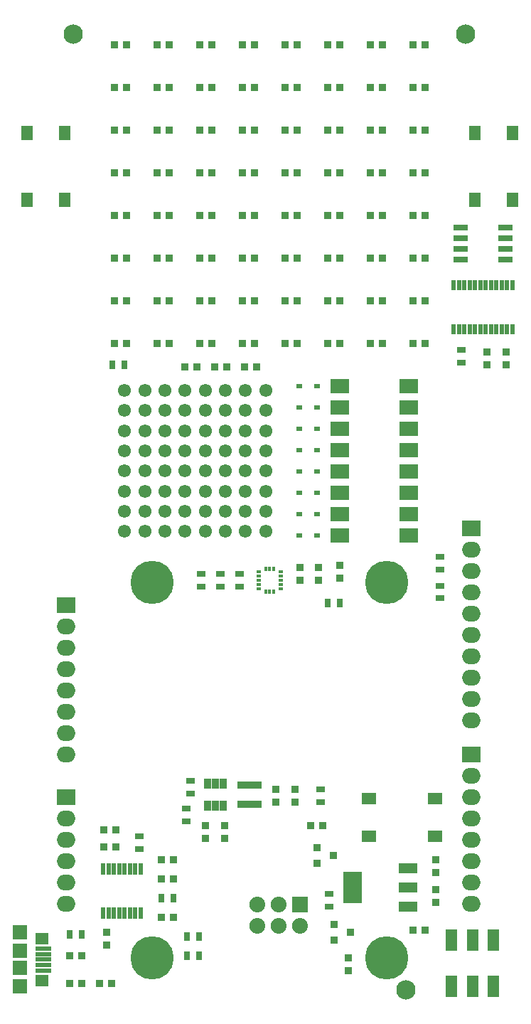
<source format=gts>
G04 #@! TF.FileFunction,Soldermask,Top*
%FSLAX46Y46*%
G04 Gerber Fmt 4.6, Leading zero omitted, Abs format (unit mm)*
G04 Created by KiCad (PCBNEW 4.0.0-rc2-stable) date 12/16/2015 3:19:05 PM*
%MOMM*%
G01*
G04 APERTURE LIST*
%ADD10C,0.100000*%
%ADD11R,0.572400X1.272400*%
%ADD12R,0.952400X0.902400*%
%ADD13R,0.902400X0.952400*%
%ADD14R,0.652400X1.052400*%
%ADD15R,0.952500X0.952500*%
%ADD16R,1.052400X0.652400*%
%ADD17R,0.552400X1.352400*%
%ADD18R,2.184400X3.810000*%
%ADD19R,2.184400X1.168400*%
%ADD20C,5.152400*%
%ADD21R,2.852400X0.952400*%
%ADD22R,1.352400X2.652400*%
%ADD23R,1.452400X1.702400*%
%ADD24R,1.702400X1.452400*%
%ADD25R,0.500380X0.401320*%
%ADD26R,0.401320X0.500380*%
%ADD27R,0.843280X1.153160*%
%ADD28R,1.852400X0.552400*%
%ADD29R,1.502400X1.402400*%
%ADD30R,1.652400X1.702400*%
%ADD31R,0.742400X0.602400*%
%ADD32R,2.184400X1.879600*%
%ADD33O,2.184400X1.879600*%
%ADD34R,1.879600X1.879600*%
%ADD35O,1.879600X1.879600*%
%ADD36C,1.551940*%
%ADD37R,0.949960X0.949960*%
%ADD38R,2.312400X1.672400*%
%ADD39R,1.702400X0.752400*%
%ADD40C,2.301240*%
G04 APERTURE END LIST*
D10*
D11*
X52260500Y-35162000D03*
X52260500Y-29862000D03*
X51625500Y-35162000D03*
X51625500Y-29862000D03*
X50990500Y-35162000D03*
X50990500Y-29862000D03*
X50355500Y-35162000D03*
X50355500Y-29862000D03*
X49720500Y-35162000D03*
X49720500Y-29862000D03*
X49085500Y-35162000D03*
X49085500Y-29862000D03*
X48450500Y-35162000D03*
X48450500Y-29862000D03*
X47815500Y-35162000D03*
X47815500Y-29862000D03*
X47180500Y-35162000D03*
X47180500Y-29862000D03*
X46545500Y-35162000D03*
X46545500Y-29862000D03*
X45910500Y-35162000D03*
X45910500Y-29862000D03*
X45275500Y-35162000D03*
X45275500Y-29862000D03*
D12*
X10426000Y-98298000D03*
X11926000Y-98298000D03*
D13*
X43180000Y-98310000D03*
X43180000Y-99810000D03*
X43180000Y-101866000D03*
X43180000Y-103366000D03*
D12*
X-496000Y-109728000D03*
X1004000Y-109728000D03*
D13*
X3937000Y-106946000D03*
X3937000Y-108446000D03*
D12*
X11926000Y-105156000D03*
X10426000Y-105156000D03*
D14*
X-496000Y-107188000D03*
X1004000Y-107188000D03*
D15*
X31003240Y-105984000D03*
X31003240Y-107884000D03*
X33002220Y-106934000D03*
D14*
X10426000Y-102870000D03*
X11926000Y-102870000D03*
D16*
X7874000Y-97016000D03*
X7874000Y-95516000D03*
D14*
X14974000Y-109728000D03*
X13474000Y-109728000D03*
X14974000Y-107442000D03*
X13474000Y-107442000D03*
D17*
X3522980Y-104626720D03*
X4157980Y-104626720D03*
X4792980Y-104626720D03*
X5427980Y-104626720D03*
X6062980Y-104626720D03*
X6697980Y-104626720D03*
X7332980Y-104626720D03*
X7967980Y-104626720D03*
X7967980Y-99426720D03*
X7332980Y-99426720D03*
X6697980Y-99426720D03*
X6062980Y-99426720D03*
X5427980Y-99426720D03*
X4792980Y-99426720D03*
X4157980Y-99426720D03*
X3522980Y-99426720D03*
D18*
X33274000Y-101600000D03*
D19*
X39878000Y-101600000D03*
X39878000Y-99314000D03*
X39878000Y-103886000D03*
D20*
X37338000Y-65280000D03*
X37338000Y-109980000D03*
X9398000Y-109980000D03*
X9398000Y-65280000D03*
D12*
X20332000Y-39624000D03*
X21832000Y-39624000D03*
D13*
X32766000Y-109994000D03*
X32766000Y-111494000D03*
X27000200Y-63512000D03*
X27000200Y-65012000D03*
X29210000Y-63512000D03*
X29210000Y-65012000D03*
D12*
X5068000Y-94742000D03*
X3568000Y-94742000D03*
X5068000Y-96774000D03*
X3568000Y-96774000D03*
D13*
X51562000Y-37858000D03*
X51562000Y-39358000D03*
X49276000Y-37858000D03*
X49276000Y-39358000D03*
D12*
X10426000Y-100584000D03*
X11926000Y-100584000D03*
D13*
X24130000Y-91428000D03*
X24130000Y-89928000D03*
X18034000Y-94246000D03*
X18034000Y-95746000D03*
X26416000Y-91428000D03*
X26416000Y-89928000D03*
X15748000Y-94246000D03*
X15748000Y-95746000D03*
D21*
X20955000Y-89401000D03*
X20955000Y-91701000D03*
D14*
X30238000Y-67691000D03*
X31738000Y-67691000D03*
D16*
X15240000Y-65774000D03*
X15240000Y-64274000D03*
X17526000Y-65774000D03*
X17526000Y-64274000D03*
X13970000Y-88912000D03*
X13970000Y-90412000D03*
X19812000Y-65774000D03*
X19812000Y-64274000D03*
X13462000Y-93714000D03*
X13462000Y-92214000D03*
D22*
X50023400Y-113341600D03*
X50023400Y-107841600D03*
X47523400Y-113341600D03*
X47523400Y-107841600D03*
X45023400Y-113341600D03*
X45023400Y-107841600D03*
D23*
X52288000Y-19723000D03*
X47788000Y-19723000D03*
X47788000Y-11773000D03*
X52288000Y-11773000D03*
X-1052000Y-19723000D03*
X-5552000Y-19723000D03*
X-5552000Y-11773000D03*
X-1052000Y-11773000D03*
D24*
X35141000Y-95468000D03*
X35141000Y-90968000D03*
X43091000Y-90968000D03*
X43091000Y-95468000D03*
D25*
X22042120Y-64025780D03*
X22042120Y-64526160D03*
X22042120Y-65024000D03*
X22042120Y-65521840D03*
X22042120Y-66022220D03*
D26*
X22870160Y-66349880D03*
X23368000Y-66349880D03*
X23865840Y-66349880D03*
D25*
X24693880Y-66022220D03*
X24693880Y-65521840D03*
X24693880Y-65024000D03*
X24693880Y-64526160D03*
X24693880Y-64025780D03*
D26*
X23865840Y-63698120D03*
X23368000Y-63698120D03*
X22870160Y-63698120D03*
D27*
X17840960Y-89250520D03*
X16891000Y-89250520D03*
X15941040Y-89250520D03*
X15941040Y-91851480D03*
X16891000Y-91851480D03*
X17840960Y-91851480D03*
D12*
X41898000Y-106680000D03*
X40398000Y-106680000D03*
X28206000Y-94234000D03*
X29706000Y-94234000D03*
X18276000Y-39624000D03*
X16776000Y-39624000D03*
X14720000Y-39624000D03*
X13220000Y-39624000D03*
D15*
X28971240Y-96840000D03*
X28971240Y-98740000D03*
X30970220Y-97790000D03*
D16*
X30480000Y-102374000D03*
X30480000Y-103874000D03*
X29464000Y-89928000D03*
X29464000Y-91428000D03*
X43688000Y-63742000D03*
X43688000Y-62242000D03*
X43688000Y-67171000D03*
X43688000Y-65671000D03*
X46228000Y-39104000D03*
X46228000Y-37604000D03*
D28*
X-3576200Y-111459800D03*
X-3576200Y-110809800D03*
X-3576200Y-109509800D03*
X-3576200Y-110159800D03*
X-3576200Y-108859800D03*
D29*
X-3726200Y-107659800D03*
D30*
X-6426200Y-113359800D03*
X-6426200Y-106959800D03*
D29*
X-3726200Y-112659800D03*
D30*
X-6426200Y-109134800D03*
X-6426200Y-111184800D03*
D31*
X28995000Y-41910000D03*
X26885000Y-41910000D03*
X28995000Y-44450000D03*
X26885000Y-44450000D03*
X28995000Y-46990000D03*
X26885000Y-46990000D03*
X28995000Y-49530000D03*
X26885000Y-49530000D03*
X28995000Y-52070000D03*
X26885000Y-52070000D03*
X28995000Y-54610000D03*
X26885000Y-54610000D03*
X28995000Y-57150000D03*
X26885000Y-57150000D03*
X28995000Y-59690000D03*
X26885000Y-59690000D03*
D32*
X-889000Y-67945000D03*
D33*
X-889000Y-70485000D03*
X-889000Y-73025000D03*
X-889000Y-75565000D03*
X-889000Y-78105000D03*
X-889000Y-80645000D03*
X-889000Y-83185000D03*
X-889000Y-85725000D03*
D32*
X47371000Y-85725000D03*
D33*
X47371000Y-88265000D03*
X47371000Y-90805000D03*
X47371000Y-93345000D03*
X47371000Y-95885000D03*
X47371000Y-98425000D03*
X47371000Y-100965000D03*
X47371000Y-103505000D03*
D32*
X47371000Y-58801000D03*
D33*
X47371000Y-61341000D03*
X47371000Y-63881000D03*
X47371000Y-66421000D03*
X47371000Y-68961000D03*
X47371000Y-71501000D03*
X47371000Y-74041000D03*
X47371000Y-76581000D03*
X47371000Y-79121000D03*
X47371000Y-81661000D03*
D32*
X-889000Y-90805000D03*
D33*
X-889000Y-93345000D03*
X-889000Y-95885000D03*
X-889000Y-98425000D03*
X-889000Y-100965000D03*
X-889000Y-103505000D03*
D34*
X27000200Y-103632000D03*
D35*
X27000200Y-106172000D03*
X24460200Y-103632000D03*
X24460200Y-106172000D03*
X21920200Y-103632000D03*
X21920200Y-106172000D03*
D36*
X22877780Y-42400220D03*
X20477480Y-42400220D03*
X18077180Y-42400220D03*
X15676880Y-42400220D03*
X13276580Y-42400220D03*
X10878820Y-42400220D03*
X8478520Y-42400220D03*
X6078220Y-42400220D03*
X22877780Y-44800520D03*
X20477480Y-44800520D03*
X18077180Y-44800520D03*
X15676880Y-44800520D03*
X13276580Y-44800520D03*
X10878820Y-44800520D03*
X8478520Y-44800520D03*
X6078220Y-44800520D03*
X22877780Y-47200820D03*
X20477480Y-47200820D03*
X18077180Y-47200820D03*
X15676880Y-47200820D03*
X13276580Y-47200820D03*
X10878820Y-47200820D03*
X8478520Y-47200820D03*
X6078220Y-47200820D03*
X22877780Y-49601120D03*
X20477480Y-49601120D03*
X18077180Y-49601120D03*
X15676880Y-49601120D03*
X13276580Y-49601120D03*
X10878820Y-49601120D03*
X8478520Y-49601120D03*
X6078220Y-49601120D03*
X22877780Y-52001420D03*
X20477480Y-52001420D03*
X18077180Y-52001420D03*
X15676880Y-52001420D03*
X13276580Y-52001420D03*
X10878820Y-52001420D03*
X8478520Y-52001420D03*
X6078220Y-52001420D03*
X22877780Y-54399180D03*
X20477480Y-54399180D03*
X18077180Y-54399180D03*
X15676880Y-54399180D03*
X13276580Y-54399180D03*
X10878820Y-54399180D03*
X8478520Y-54399180D03*
X6078220Y-54399180D03*
X22877780Y-56799480D03*
X20477480Y-56799480D03*
X18077180Y-56799480D03*
X15676880Y-56799480D03*
X13276580Y-56799480D03*
X10878820Y-56799480D03*
X8478520Y-56799480D03*
X6078220Y-56799480D03*
X22877780Y-59199780D03*
X20477480Y-59199780D03*
X18077180Y-59199780D03*
X15676880Y-59199780D03*
X13276580Y-59199780D03*
X10878820Y-59199780D03*
X8478520Y-59199780D03*
X6078220Y-59199780D03*
D37*
X-495300Y-113030000D03*
X1003300Y-113030000D03*
X3060700Y-113030000D03*
X4559300Y-113030000D03*
X40398700Y-31750000D03*
X41897300Y-31750000D03*
X40398700Y-36830000D03*
X41897300Y-36830000D03*
X31750000Y-63258700D03*
X31750000Y-64757300D03*
X4838700Y-1270000D03*
X6337300Y-1270000D03*
X4838700Y-6350000D03*
X6337300Y-6350000D03*
X4838700Y-11430000D03*
X6337300Y-11430000D03*
X4838700Y-16510000D03*
X6337300Y-16510000D03*
X4838700Y-21590000D03*
X6337300Y-21590000D03*
X4838700Y-26670000D03*
X6337300Y-26670000D03*
X4838700Y-31750000D03*
X6337300Y-31750000D03*
X4838700Y-36830000D03*
X6337300Y-36830000D03*
X9918700Y-1270000D03*
X11417300Y-1270000D03*
X9918700Y-6350000D03*
X11417300Y-6350000D03*
X9918700Y-11430000D03*
X11417300Y-11430000D03*
X9918700Y-16510000D03*
X11417300Y-16510000D03*
X9918700Y-21590000D03*
X11417300Y-21590000D03*
X9918700Y-26670000D03*
X11417300Y-26670000D03*
X9918700Y-31750000D03*
X11417300Y-31750000D03*
X9918700Y-36830000D03*
X11417300Y-36830000D03*
X14998700Y-1270000D03*
X16497300Y-1270000D03*
X14998700Y-6350000D03*
X16497300Y-6350000D03*
X14998700Y-11430000D03*
X16497300Y-11430000D03*
X14998700Y-16510000D03*
X16497300Y-16510000D03*
X14998700Y-21590000D03*
X16497300Y-21590000D03*
X14998700Y-26670000D03*
X16497300Y-26670000D03*
X14998700Y-31750000D03*
X16497300Y-31750000D03*
X14998700Y-36830000D03*
X16497300Y-36830000D03*
X20078700Y-1270000D03*
X21577300Y-1270000D03*
X20078700Y-6350000D03*
X21577300Y-6350000D03*
X20078700Y-11430000D03*
X21577300Y-11430000D03*
X20078700Y-16510000D03*
X21577300Y-16510000D03*
X20078700Y-21590000D03*
X21577300Y-21590000D03*
X20078700Y-26670000D03*
X21577300Y-26670000D03*
X20078700Y-31750000D03*
X21577300Y-31750000D03*
X20078700Y-36830000D03*
X21577300Y-36830000D03*
X25158700Y-1270000D03*
X26657300Y-1270000D03*
X25158700Y-6350000D03*
X26657300Y-6350000D03*
X25158700Y-11430000D03*
X26657300Y-11430000D03*
X25158700Y-16510000D03*
X26657300Y-16510000D03*
X25158700Y-21590000D03*
X26657300Y-21590000D03*
X25158700Y-26670000D03*
X26657300Y-26670000D03*
X25158700Y-31750000D03*
X26657300Y-31750000D03*
X25158700Y-36830000D03*
X26657300Y-36830000D03*
X30238700Y-1270000D03*
X31737300Y-1270000D03*
X30238700Y-6350000D03*
X31737300Y-6350000D03*
X30238700Y-11430000D03*
X31737300Y-11430000D03*
X30238700Y-16510000D03*
X31737300Y-16510000D03*
X30238700Y-21590000D03*
X31737300Y-21590000D03*
X30238700Y-26670000D03*
X31737300Y-26670000D03*
X30238700Y-31750000D03*
X31737300Y-31750000D03*
X30238700Y-36830000D03*
X31737300Y-36830000D03*
X35318700Y-1270000D03*
X36817300Y-1270000D03*
X35318700Y-6350000D03*
X36817300Y-6350000D03*
X35318700Y-11430000D03*
X36817300Y-11430000D03*
X35318700Y-16510000D03*
X36817300Y-16510000D03*
X35318700Y-21590000D03*
X36817300Y-21590000D03*
X35318700Y-26670000D03*
X36817300Y-26670000D03*
X35318700Y-31750000D03*
X36817300Y-31750000D03*
X35318700Y-36830000D03*
X36817300Y-36830000D03*
X40398700Y-1270000D03*
X41897300Y-1270000D03*
X40398700Y-6350000D03*
X41897300Y-6350000D03*
X40398700Y-11430000D03*
X41897300Y-11430000D03*
X40398700Y-16510000D03*
X41897300Y-16510000D03*
X40398700Y-21590000D03*
X41897300Y-21590000D03*
X40398700Y-26670000D03*
X41897300Y-26670000D03*
D38*
X39957200Y-41910000D03*
X31670800Y-41910000D03*
X39957200Y-44450000D03*
X31670800Y-44450000D03*
X39957200Y-46990000D03*
X31670800Y-46990000D03*
X39957200Y-49530000D03*
X31670800Y-49530000D03*
X39957200Y-52070000D03*
X31670800Y-52070000D03*
X39957200Y-54610000D03*
X31670800Y-54610000D03*
X39957200Y-57150000D03*
X31670800Y-57150000D03*
X39957200Y-59690000D03*
X31670800Y-59690000D03*
D39*
X51468000Y-26797000D03*
X51468000Y-25527000D03*
X51468000Y-24257000D03*
X51468000Y-22987000D03*
X46068000Y-22987000D03*
X46068000Y-24257000D03*
X46068000Y-25527000D03*
X46068000Y-26797000D03*
D14*
X6084000Y-39370000D03*
X4584000Y-39370000D03*
D40*
X39624000Y-113792000D03*
X0Y0D03*
X46736000Y0D03*
M02*

</source>
